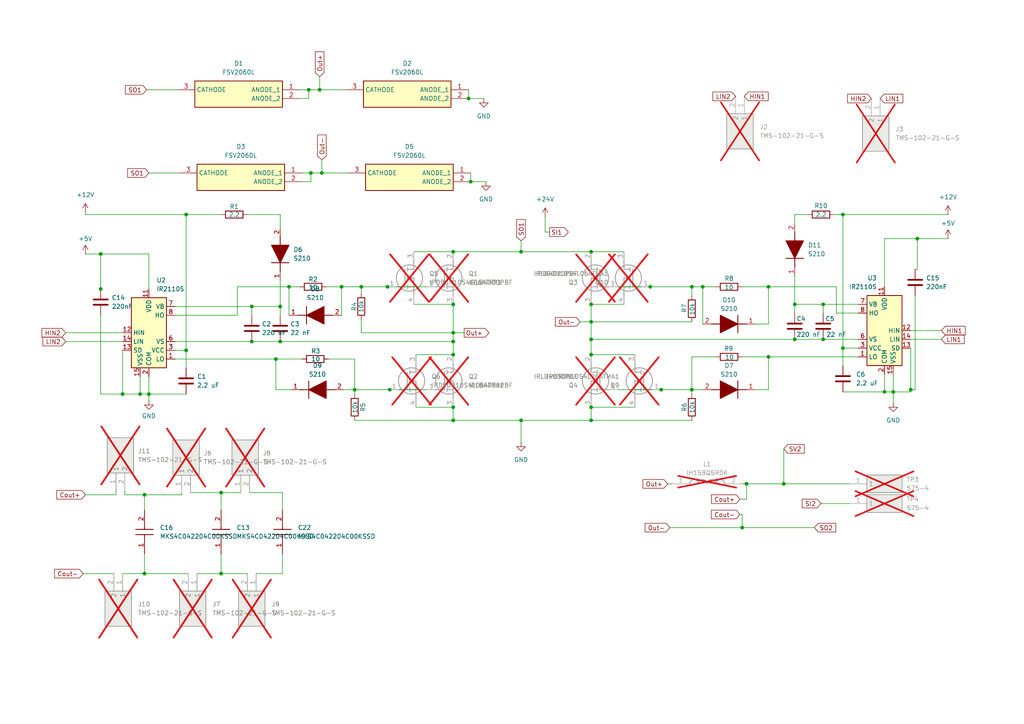
<source format=kicad_sch>
(kicad_sch (version 20231120) (generator "eeschema") (generator_version "8.0")
  (paper "A4")
  (junction (at 112.395 83.185))
  (junction (at 136.525 52.705))
  (junction (at 40.64 114.3))
  (junction (at 238.76 88.265))
  (junction (at 200.66 113.03))
  (junction (at 113.03 113.03))
  (junction (at 35.56 114.3))
  (junction (at 238.76 98.425))
  (junction (at 73.025 88.9))
  (junction (at 83.82 83.185))
  (junction (at 131.445 96.52))
  (junction (at 264.16 113.03))
  (junction (at 73.025 99.06))
  (junction (at 131.445 88.265))
  (junction (at 99.06 83.185))
  (junction (at 200.66 83.185))
  (junction (at 93.345 50.165))
  (junction (at 203.835 83.185))
  (junction (at 244.475 100.965))
  (junction (at 171.45 93.345))
  (junction (at 171.45 121.92))
  (junction (at 188.595 83.185))
  (junction (at 53.975 62.23))
  (junction (at 81.28 88.9))
  (junction (at 256.54 113.665))
  (junction (at 64.135 142.875))
  (junction (at 104.775 83.185))
  (junction (at 151.13 121.92))
  (junction (at 151.13 73.025))
  (junction (at 259.08 113.665))
  (junction (at 230.505 98.425))
  (junction (at 53.975 101.6))
  (junction (at 227.33 140.335))
  (junction (at 266.065 69.215))
  (junction (at 131.445 118.11))
  (junction (at 135.89 28.575))
  (junction (at 171.45 118.11))
  (junction (at 80.01 104.14))
  (junction (at 171.45 88.265))
  (junction (at 191.77 113.03))
  (junction (at 171.45 102.87))
  (junction (at 29.21 83.82))
  (junction (at 89.535 26.035))
  (junction (at 131.445 73.025))
  (junction (at 131.445 102.87))
  (junction (at 90.17 50.165))
  (junction (at 131.445 121.92))
  (junction (at 230.505 88.265))
  (junction (at 102.87 113.03))
  (junction (at 43.18 114.3))
  (junction (at 215.265 153.035))
  (junction (at 81.28 99.06))
  (junction (at 41.91 143.51))
  (junction (at 222.885 83.185))
  (junction (at 171.45 73.025))
  (junction (at 64.135 166.37))
  (junction (at 171.45 98.425))
  (junction (at 92.71 26.035))
  (junction (at 41.91 166.37))
  (junction (at 131.445 99.06))
  (junction (at 222.885 103.505))
  (junction (at 216.535 140.335))
  (junction (at 29.21 73.66))
  (junction (at 244.475 62.23))
  (wire (pts (xy 179.07 83.185) (xy 188.595 83.185)))
  (wire (pts (xy 131.445 121.92) (xy 151.13 121.92)))
  (wire (pts (xy 81.915 142.875) (xy 72.39 142.875)))
  (wire (pts (xy 40.64 109.22) (xy 40.64 114.3)))
  (wire (pts (xy 203.835 83.185) (xy 207.645 83.185)))
  (wire (pts (xy 81.915 166.37) (xy 74.295 166.37)))
  (wire (pts (xy 120.65 118.11) (xy 131.445 118.11)))
  (wire (pts (xy 188.595 83.185) (xy 200.66 83.185)))
  (wire (pts (xy 120.65 102.87) (xy 131.445 102.87)))
  (wire (pts (xy 131.445 118.11) (xy 131.445 121.92)))
  (wire (pts (xy 244.475 113.665) (xy 256.54 113.665)))
  (wire (pts (xy 200.66 113.03) (xy 203.835 113.03)))
  (wire (pts (xy 120.015 73.025) (xy 131.445 73.025)))
  (wire (pts (xy 95.25 104.14) (xy 102.87 104.14)))
  (wire (pts (xy 171.45 93.345) (xy 171.45 98.425)))
  (wire (pts (xy 42.545 26.035) (xy 51.435 26.035)))
  (wire (pts (xy 264.16 95.885) (xy 273.05 95.885)))
  (wire (pts (xy 230.505 98.425) (xy 238.76 98.425)))
  (wire (pts (xy 222.885 103.505) (xy 222.885 113.03)))
  (wire (pts (xy 159.385 67.31) (xy 158.115 67.31)))
  (wire (pts (xy 92.71 22.225) (xy 92.71 26.035)))
  (wire (pts (xy 238.76 88.265) (xy 238.76 90.805)))
  (wire (pts (xy 81.28 62.23) (xy 81.28 66.04)))
  (wire (pts (xy 135.89 28.575) (xy 140.335 28.575)))
  (wire (pts (xy 194.31 153.035) (xy 215.265 153.035)))
  (wire (pts (xy 50.8 91.44) (xy 68.834 91.44)))
  (wire (pts (xy 104.775 96.52) (xy 104.775 92.71)))
  (wire (pts (xy 171.45 73.025) (xy 180.975 73.025)))
  (wire (pts (xy 86.995 28.575) (xy 89.535 28.575)))
  (wire (pts (xy 81.915 147.955) (xy 81.915 142.875)))
  (wire (pts (xy 256.54 108.585) (xy 256.54 113.665)))
  (wire (pts (xy 81.28 88.9) (xy 81.28 91.44)))
  (wire (pts (xy 87.63 50.165) (xy 90.17 50.165)))
  (wire (pts (xy 94.615 83.185) (xy 99.06 83.185)))
  (wire (pts (xy 53.975 62.23) (xy 64.135 62.23)))
  (wire (pts (xy 230.505 80.01) (xy 230.505 88.265)))
  (wire (pts (xy 29.21 73.66) (xy 29.21 83.82)))
  (wire (pts (xy 71.755 166.37) (xy 64.135 166.37)))
  (wire (pts (xy 244.475 100.965) (xy 248.92 100.965)))
  (wire (pts (xy 134.62 96.52) (xy 131.445 96.52)))
  (wire (pts (xy 151.13 69.85) (xy 151.13 73.025)))
  (wire (pts (xy 230.505 88.265) (xy 230.505 90.805)))
  (wire (pts (xy 244.475 62.23) (xy 244.475 100.965)))
  (wire (pts (xy 266.065 69.215) (xy 266.065 78.105)))
  (wire (pts (xy 73.025 88.9) (xy 73.025 91.44)))
  (wire (pts (xy 203.835 83.185) (xy 203.835 93.98)))
  (wire (pts (xy 99.695 113.03) (xy 102.87 113.03)))
  (wire (pts (xy 171.45 88.265) (xy 171.45 93.345)))
  (wire (pts (xy 43.18 116.205) (xy 43.18 114.3)))
  (wire (pts (xy 230.505 62.23) (xy 234.315 62.23)))
  (wire (pts (xy 104.775 96.52) (xy 131.445 96.52)))
  (wire (pts (xy 222.885 113.03) (xy 219.075 113.03)))
  (wire (pts (xy 171.45 98.425) (xy 230.505 98.425)))
  (wire (pts (xy 222.885 93.98) (xy 219.075 93.98)))
  (wire (pts (xy 222.885 103.505) (xy 248.92 103.505)))
  (wire (pts (xy 53.975 62.23) (xy 53.975 101.6)))
  (wire (pts (xy 57.15 166.37) (xy 64.135 166.37)))
  (wire (pts (xy 53.975 101.6) (xy 50.8 101.6)))
  (wire (pts (xy 238.76 88.265) (xy 248.92 88.265)))
  (wire (pts (xy 29.21 91.44) (xy 29.21 114.3)))
  (wire (pts (xy 73.025 99.06) (xy 81.28 99.06)))
  (wire (pts (xy 69.85 142.875) (xy 64.135 142.875)))
  (wire (pts (xy 265.43 85.725) (xy 265.43 113.03)))
  (wire (pts (xy 24.13 166.37) (xy 33.02 166.37)))
  (wire (pts (xy 53.975 101.6) (xy 53.975 106.68)))
  (wire (pts (xy 102.87 113.03) (xy 102.87 114.3)))
  (wire (pts (xy 24.765 73.66) (xy 29.21 73.66)))
  (wire (pts (xy 35.56 114.3) (xy 40.64 114.3)))
  (wire (pts (xy 242.57 90.805) (xy 242.57 83.185)))
  (wire (pts (xy 179.07 113.03) (xy 191.77 113.03)))
  (wire (pts (xy 50.8 88.9) (xy 73.025 88.9)))
  (wire (pts (xy 216.535 140.335) (xy 227.33 140.335)))
  (wire (pts (xy 171.45 121.92) (xy 151.13 121.92)))
  (wire (pts (xy 248.92 90.805) (xy 242.57 90.805)))
  (wire (pts (xy 158.115 62.865) (xy 158.115 67.31)))
  (wire (pts (xy 200.66 103.505) (xy 200.66 113.03)))
  (wire (pts (xy 215.265 153.035) (xy 236.22 153.035)))
  (wire (pts (xy 113.03 113.03) (xy 123.825 113.03)))
  (wire (pts (xy 43.18 50.165) (xy 52.07 50.165)))
  (wire (pts (xy 215.265 149.225) (xy 215.265 153.035)))
  (wire (pts (xy 230.505 64.77) (xy 230.505 62.23)))
  (wire (pts (xy 265.43 113.03) (xy 264.16 113.03)))
  (wire (pts (xy 112.395 83.185) (xy 123.825 83.185)))
  (wire (pts (xy 29.21 114.3) (xy 35.56 114.3)))
  (wire (pts (xy 81.915 166.37) (xy 81.915 160.655)))
  (wire (pts (xy 36.195 143.51) (xy 41.91 143.51)))
  (wire (pts (xy 43.18 114.3) (xy 53.975 114.3)))
  (wire (pts (xy 102.87 121.92) (xy 131.445 121.92)))
  (wire (pts (xy 104.775 83.185) (xy 104.775 85.09)))
  (wire (pts (xy 55.245 142.875) (xy 64.135 142.875)))
  (wire (pts (xy 171.45 121.92) (xy 200.66 121.92)))
  (wire (pts (xy 89.535 28.575) (xy 89.535 26.035)))
  (wire (pts (xy 86.995 26.035) (xy 89.535 26.035)))
  (wire (pts (xy 191.77 113.03) (xy 200.66 113.03)))
  (wire (pts (xy 242.57 83.185) (xy 222.885 83.185)))
  (wire (pts (xy 136.525 52.705) (xy 140.97 52.705)))
  (wire (pts (xy 102.87 104.14) (xy 102.87 113.03)))
  (wire (pts (xy 238.125 146.05) (xy 246.38 146.05)))
  (wire (pts (xy 151.13 121.92) (xy 151.13 128.27)))
  (wire (pts (xy 24.765 62.23) (xy 24.765 61.595)))
  (wire (pts (xy 41.91 143.51) (xy 41.91 147.955)))
  (wire (pts (xy 19.05 99.06) (xy 35.56 99.06)))
  (wire (pts (xy 19.05 96.52) (xy 35.56 96.52)))
  (wire (pts (xy 215.265 103.505) (xy 222.885 103.505)))
  (wire (pts (xy 52.705 143.51) (xy 52.705 142.875)))
  (wire (pts (xy 264.16 100.965) (xy 264.16 113.03)))
  (wire (pts (xy 227.33 140.335) (xy 246.38 140.335)))
  (wire (pts (xy 93.345 50.165) (xy 100.965 50.165)))
  (wire (pts (xy 43.18 109.22) (xy 43.18 114.3)))
  (wire (pts (xy 41.91 166.37) (xy 35.56 166.37)))
  (wire (pts (xy 84.455 113.03) (xy 80.01 113.03)))
  (wire (pts (xy 200.66 83.185) (xy 200.66 85.725)))
  (wire (pts (xy 193.675 140.335) (xy 194.945 140.335)))
  (wire (pts (xy 171.45 98.425) (xy 171.45 102.87)))
  (wire (pts (xy 151.13 73.025) (xy 171.45 73.025)))
  (wire (pts (xy 266.065 69.215) (xy 274.955 69.215)))
  (wire (pts (xy 50.8 104.14) (xy 80.01 104.14)))
  (wire (pts (xy 200.66 83.185) (xy 203.835 83.185)))
  (wire (pts (xy 41.91 160.655) (xy 41.91 166.37)))
  (wire (pts (xy 80.01 104.14) (xy 80.01 113.03)))
  (wire (pts (xy 87.63 52.705) (xy 90.17 52.705)))
  (wire (pts (xy 29.21 83.82) (xy 29.21 84.455)))
  (wire (pts (xy 171.45 118.11) (xy 184.15 118.11)))
  (wire (pts (xy 81.28 88.9) (xy 73.025 88.9)))
  (wire (pts (xy 264.16 113.665) (xy 259.08 113.665)))
  (wire (pts (xy 200.66 113.03) (xy 200.66 114.3)))
  (wire (pts (xy 216.535 144.78) (xy 216.535 140.335)))
  (wire (pts (xy 256.54 69.215) (xy 266.065 69.215)))
  (wire (pts (xy 241.935 62.23) (xy 244.475 62.23)))
  (wire (pts (xy 200.66 103.505) (xy 207.645 103.505)))
  (wire (pts (xy 136.525 50.165) (xy 136.525 52.705)))
  (wire (pts (xy 131.445 96.52) (xy 131.445 99.06)))
  (wire (pts (xy 227.33 130.175) (xy 227.33 140.335)))
  (wire (pts (xy 244.475 62.23) (xy 274.955 62.23)))
  (wire (pts (xy 102.87 113.03) (xy 113.03 113.03)))
  (wire (pts (xy 83.82 83.185) (xy 83.82 91.44)))
  (wire (pts (xy 24.765 62.23) (xy 53.975 62.23)))
  (wire (pts (xy 171.45 93.345) (xy 200.66 93.345)))
  (wire (pts (xy 104.775 83.185) (xy 112.395 83.185)))
  (wire (pts (xy 64.135 142.875) (xy 64.135 147.955)))
  (wire (pts (xy 99.06 83.185) (xy 104.775 83.185)))
  (wire (pts (xy 230.505 88.265) (xy 238.76 88.265)))
  (wire (pts (xy 131.445 73.025) (xy 151.13 73.025)))
  (wire (pts (xy 89.535 26.035) (xy 92.71 26.035)))
  (wire (pts (xy 29.21 73.66) (xy 43.18 73.66)))
  (wire (pts (xy 43.18 73.66) (xy 43.18 83.82)))
  (wire (pts (xy 222.885 93.98) (xy 222.885 83.185)))
  (wire (pts (xy 184.15 102.87) (xy 171.45 102.87)))
  (wire (pts (xy 50.8 99.06) (xy 73.025 99.06)))
  (wire (pts (xy 33.655 143.51) (xy 33.655 142.24)))
  (wire (pts (xy 256.54 69.215) (xy 256.54 83.185)))
  (wire (pts (xy 68.834 91.44) (xy 68.834 83.185)))
  (wire (pts (xy 83.82 83.185) (xy 86.995 83.185)))
  (wire (pts (xy 171.45 118.11) (xy 171.45 121.92)))
  (wire (pts (xy 54.61 166.37) (xy 41.91 166.37)))
  (wire (pts (xy 259.08 113.665) (xy 259.08 116.84)))
  (wire (pts (xy 171.45 93.345) (xy 168.275 93.345)))
  (wire (pts (xy 80.01 104.14) (xy 87.63 104.14)))
  (wire (pts (xy 99.06 83.185) (xy 99.06 91.44)))
  (wire (pts (xy 259.08 108.585) (xy 259.08 113.665)))
  (wire (pts (xy 244.475 100.965) (xy 244.475 106.045)))
  (wire (pts (xy 131.445 99.06) (xy 131.445 102.87)))
  (wire (pts (xy 215.265 140.335) (xy 216.535 140.335)))
  (wire (pts (xy 64.135 166.37) (xy 64.135 160.655)))
  (wire (pts (xy 171.45 88.265) (xy 180.975 88.265)))
  (wire (pts (xy 266.065 78.105) (xy 265.43 78.105)))
  (wire (pts (xy 264.16 113.03) (xy 264.16 113.665)))
  (wire (pts (xy 81.28 99.06) (xy 131.445 99.06)))
  (wire (pts (xy 256.54 113.665) (xy 259.08 113.665)))
  (wire (pts (xy 264.16 98.425) (xy 273.05 98.425)))
  (wire (pts (xy 90.17 52.705) (xy 90.17 50.165)))
  (wire (pts (xy 68.834 83.185) (xy 83.82 83.185)))
  (wire (pts (xy 214.63 144.78) (xy 216.535 144.78)))
  (wire (pts (xy 90.17 50.165) (xy 93.345 50.165)))
  (wire (pts (xy 131.445 88.265) (xy 131.445 96.52)))
  (wire (pts (xy 52.705 143.51) (xy 41.91 143.51)))
  (wire (pts (xy 215.265 83.185) (xy 222.885 83.185)))
  (wire (pts (xy 71.755 62.23) (xy 81.28 62.23)))
  (wire (pts (xy 214.63 149.225) (xy 215.265 149.225)))
  (wire (pts (xy 24.765 143.51) (xy 33.655 143.51)))
  (wire (pts (xy 93.345 46.355) (xy 93.345 50.165)))
  (wire (pts (xy 36.195 143.51) (xy 36.195 142.24)))
  (wire (pts (xy 92.71 26.035) (xy 100.33 26.035)))
  (wire (pts (xy 135.89 26.035) (xy 135.89 28.575)))
  (wire (pts (xy 40.64 114.3) (xy 43.18 114.3)))
  (wire (pts (xy 81.28 81.28) (xy 81.28 88.9)))
  (wire (pts (xy 238.76 98.425) (xy 248.92 98.425)))
  (wire (pts (xy 120.015 88.265) (xy 131.445 88.265)))
  (wire (pts (xy 35.56 101.6) (xy 35.56 114.3)))
  (global_label "Out-" (shape input) (at 194.31 153.035 180) (property "Intersheetrefs" "${INTERSHEET_REFS}" (effects (hide yes))))
  (global_label "SV2" (shape input) (at 227.33 130.175 0) (property "Intersheetrefs" "${INTERSHEET_REFS}" (effects (hide yes))))
  (global_label "HIN2" (shape input) (at 19.05 96.52 180) (property "Intersheetrefs" "${INTERSHEET_REFS}" (effects (hide yes))))
  (global_label "Out+" (shape input) (at 92.71 22.225 90) (property "Intersheetrefs" "${INTERSHEET_REFS}" (effects (hide yes))))
  (global_label "LIN2" (shape input) (at 19.05 99.06 180) (property "Intersheetrefs" "${INTERSHEET_REFS}" (effects (hide yes))))
  (global_label "Out-" (shape input) (at 93.345 46.355 90) (property "Intersheetrefs" "${INTERSHEET_REFS}" (effects (hide yes))))
  (global_label "SO1" (shape input) (at 43.18 50.165 180) (property "Intersheetrefs" "${INTERSHEET_REFS}" (effects (hide yes))))
  (global_label "Cout-" (shape input) (at 24.13 166.37 180) (property "Intersheetrefs" "${INTERSHEET_REFS}" (effects (hide yes))))
  (global_label "Out-" (shape input) (at 168.275 93.345 180) (property "Intersheetrefs" "${INTERSHEET_REFS}" (effects (hide yes))))
  (global_label "Cout+" (shape input) (at 24.765 143.51 180) (property "Intersheetrefs" "${INTERSHEET_REFS}" (effects (hide yes))))
  (global_label "LIN2" (shape input) (at 213.36 27.94 180) (property "Intersheetrefs" "${INTERSHEET_REFS}" (effects (hide yes))))
  (global_label "SO1" (shape input) (at 42.545 26.035 180) (property "Intersheetrefs" "${INTERSHEET_REFS}" (effects (hide yes))))
  (global_label "SO2" (shape input) (at 236.22 153.035 0) (property "Intersheetrefs" "${INTERSHEET_REFS}" (effects (hide yes))))
  (global_label "LIN1" (shape input) (at 273.05 98.425 0) (property "Intersheetrefs" "${INTERSHEET_REFS}" (effects (hide yes))))
  (global_label "HIN1" (shape input) (at 215.9 27.94 0) (property "Intersheetrefs" "${INTERSHEET_REFS}" (effects (hide yes))))
  (global_label "Out+" (shape input) (at 193.675 140.335 180) (property "Intersheetrefs" "${INTERSHEET_REFS}" (effects (hide yes))))
  (global_label "SI1" (shape output) (at 159.385 67.31 0) (property "Intersheetrefs" "${INTERSHEET_REFS}" (effects (hide yes))))
  (global_label "HIN2" (shape input) (at 252.73 28.575 180) (property "Intersheetrefs" "${INTERSHEET_REFS}" (effects (hide yes))))
  (global_label "SO1" (shape input) (at 151.13 69.85 90) (property "Intersheetrefs" "${INTERSHEET_REFS}" (effects (hide yes))))
  (global_label "HIN1" (shape input) (at 273.05 95.885 0) (property "Intersheetrefs" "${INTERSHEET_REFS}" (effects (hide yes))))
  (global_label "Cout+" (shape input) (at 214.63 144.78 180) (property "Intersheetrefs" "${INTERSHEET_REFS}" (effects (hide yes))))
  (global_label "SI2" (shape input) (at 238.125 146.05 180) (property "Intersheetrefs" "${INTERSHEET_REFS}" (effects (hide yes))))
  (global_label "Cout-" (shape input) (at 214.63 149.225 180) (property "Intersheetrefs" "${INTERSHEET_REFS}" (effects (hide yes))))
  (global_label "LIN1" (shape input) (at 255.27 28.575 0) (property "Intersheetrefs" "${INTERSHEET_REFS}" (effects (hide yes))))
  (global_label "Out+" (shape output) (at 134.62 96.52 0) (property "Intersheetrefs" "${INTERSHEET_REFS}" (effects (hide yes))))
  (symbol (lib_id "Device:R") (at 211.455 103.505 90) (mirror x) (unit 1)
    (property "Reference" "R9" (at 211.328 101.092 90))
    (property "Value" "10" (at 211.582 103.632 90))
    (property "Footprint" "Resistor_SMD:R_0805_2012Metric_Pad1.20x1.40mm_HandSolder" (effects (hide yes)))
    (property "Description" "Resistor" (effects (hide yes)))
    (property "LCSC Part#" "C3016584" (effects (hide yes)))
  )
  (symbol (lib_id "Device:C") (at 265.43 81.915 0) (unit 1)
    (property "Reference" "C15" (at 268.605 80.645 0) (effects (justify left)))
    (property "Value" "220nF" (at 268.605 83.185 0) (effects (justify left)))
    (property "Footprint" "Resistor_SMD:R_0805_2012Metric_Pad1.20x1.40mm_HandSolder" (effects (hide yes)))
    (property "Description" "Unpolarized capacitor" (effects (hide yes)))
    (property "LCSC Part#" "C354366" (effects (hide yes)))
  )
  (symbol (lib_id "power:+5V") (at 274.955 69.215 0) (unit 1)
    (property "Reference" "#PWR018" (effects (hide yes)))
    (property "Value" "+5V" (at 274.955 64.77 0))
    (property "Description" "Power symbol creates a global label with name \"+5V\"" (effects (hide yes)))
  )
  (symbol (lib_id "power:GND") (at 43.18 116.205 0) (unit 1)
    (property "Reference" "#PWR03" (effects (hide yes)))
    (property "Value" "GND" (at 43.18 120.65 0))
    (property "Description" "Power symbol creates a global label with name \"GND\" , ground" (effects (hide yes)))
  )
  (symbol (lib_id "SamacSys_Parts:TMS-102-21-G-S") (at 255.27 28.575 270) (unit 1) (dnp yes)
    (property "Reference" "J3" (at 259.715 37.4649 90) (effects (justify left)))
    (property "Value" "TMS-102-21-G-S" (at 259.715 40.0049 90) (effects (justify left)))
    (property "Footprint" "SamacSys_Parts:TMS-102-YY-XX-S" (effects (hide yes)))
    (property "Datasheet" "http://suddendocs.samtec.com/prints/tms-1xx-xx-xx-x-xx-xxx-mkt.pdf" (effects (hide yes)))
    (property "Description" "2 Position, Single-Row .050&quot; x .100&quot; Micro Terminal Strip" (effects (hide yes)))
    (property "Mouser Part Number" "200-TMS10221GS" (effects (hide yes)))
    (property "Mouser Price/Stock" "https://www.mouser.co.uk/ProductDetail/Samtec/TMS-102-21-G-S?qs=0lQeLiL1qya3I3g9lQbxtA%3D%3D" (effects (hide yes)))
    (property "Manufacturer_Name" "SAMTEC" (effects (hide yes)))
    (property "Manufacturer_Part_Number" "TMS-102-21-G-S" (effects (hide yes)))
  )
  (symbol (lib_id "power:+5V") (at 24.765 73.66 0) (unit 1)
    (property "Reference" "#PWR02" (effects (hide yes)))
    (property "Value" "+5V" (at 24.765 69.215 0))
    (property "Description" "Power symbol creates a global label with name \"+5V\"" (effects (hide yes)))
  )
  (symbol (lib_id "Device:R") (at 238.125 62.23 90) (mirror x) (unit 1)
    (property "Reference" "R10" (at 238.125 59.69 90))
    (property "Value" "2.2" (at 238.125 62.23 90))
    (property "Footprint" "Resistor_SMD:R_0805_2012Metric_Pad1.20x1.40mm_HandSolder" (effects (hide yes)))
    (property "Description" "Resistor" (effects (hide yes)))
    (property "LCSC Part#" "C25301" (effects (hide yes)))
  )
  (symbol (lib_id "SamacSys_Parts:TMS-102-21-G-S") (at 57.15 166.37 270) (unit 1) (dnp yes)
    (property "Reference" "J7" (at 61.595 175.2599 90) (effects (justify left)))
    (property "Value" "TMS-102-21-G-S" (at 61.595 177.7999 90) (effects (justify left)))
    (property "Footprint" "SamacSys_Parts:TMS-102-YY-XX-S" (effects (hide yes)))
    (property "Datasheet" "http://suddendocs.samtec.com/prints/tms-1xx-xx-xx-x-xx-xxx-mkt.pdf" (effects (hide yes)))
    (property "Description" "2 Position, Single-Row .050&quot; x .100&quot; Micro Terminal Strip" (effects (hide yes)))
    (property "Mouser Part Number" "200-TMS10221GS" (effects (hide yes)))
    (property "Mouser Price/Stock" "https://www.mouser.co.uk/ProductDetail/Samtec/TMS-102-21-G-S?qs=0lQeLiL1qya3I3g9lQbxtA%3D%3D" (effects (hide yes)))
    (property "Manufacturer_Name" "SAMTEC" (effects (hide yes)))
    (property "Manufacturer_Part_Number" "TMS-102-21-G-S" (effects (hide yes)))
  )
  (symbol (lib_id "Device:R") (at 104.775 88.9 0) (unit 1)
    (property "Reference" "R4" (at 102.743 88.9 90))
    (property "Value" "10k" (at 104.775 88.9 90))
    (property "Footprint" "Resistor_SMD:R_0805_2012Metric_Pad1.20x1.40mm_HandSolder" (effects (hide yes)))
    (property "Description" "Resistor" (effects (hide yes)))
    (property "LCSC Part#" "C84376" (effects (hide yes)))
  )
  (symbol (lib_id "SamacSys_Parts:IPD90N10S4L06ATMA1") (at 112.395 83.185 0) (unit 1) (dnp yes)
    (property "Reference" "Q5" (at 124.46 79.3749 0) (effects (justify left)))
    (property "Value" "IPD90N10S4L06ATMA1" (at 124.46 81.9149 0) (effects (justify left)))
    (property "Footprint" "IPD90N10S4L06ATMA1" (effects (hide yes)))
    (property "Datasheet" "https://www.infineon.com/dgdl/Infineon-IPD90N10S4L_06-DS-v01_00-en.pdf?fileId=db3a3043372d5cc80137500063630512" (effects (hide yes)))
    (property "Description" "INFINEON - IPD90N10S4L06ATMA1 - MOSFET, AEC-Q101, N-CH, 100V, TO-252" (effects (hide yes)))
    (property "Height" "2" (effects (hide yes)))
    (property "Mouser Part Number" "726-IPD90N10S4L06ATM" (effects (hide yes)))
    (property "Mouser Price/Stock" "https://www.mouser.co.uk/ProductDetail/Infineon-Technologies/IPD90N10S4L06ATMA1?qs=LxJ0xX%2FWJR62lwU%2FrihEDA%3D%3D" (effects (hide yes)))
    (property "Manufacturer_Name" "Infineon" (effects (hide yes)))
    (property "Manufacturer_Part_Number" "IPD90N10S4L06ATMA1" (effects (hide yes)))
  )
  (symbol (lib_id "Device:R") (at 90.805 83.185 270) (unit 1)
    (property "Reference" "R2" (at 90.805 81.026 90))
    (property "Value" "10" (at 90.805 83.312 90))
    (property "Footprint" "Resistor_SMD:R_0805_2012Metric_Pad1.20x1.40mm_HandSolder" (effects (hide yes)))
    (property "Description" "Resistor" (effects (hide yes)))
    (property "LCSC Part#" "C3016584" (effects (hide yes)))
  )
  (symbol (lib_id "SamacSys_Parts:FSV2060L") (at 100.33 26.035 0) (unit 1)
    (property "Reference" "D2" (at 118.11 18.415 0))
    (property "Value" "FSV2060L" (at 118.11 20.955 0))
    (property "Footprint" "FSV2060L" (effects (hide yes)))
    (property "Datasheet" "https://www.onsemi.com/pub/Collateral/FSV2060L-D.PDF" (effects (hide yes)))
    (property "Description" "Qualified with Reflow (J-STD-020) and Solder Temperature 260C Classification; Low Thermal Resistance; RoHS Compliant; Lead Free in Compliance with EU RoHS 2011/65/EU Directive; Very Low Forward Voltage Drop; Very Low Profile: Typical Height of 1.1 mm; Green Molding Compound as per IEC61249 Standard" (effects (hide yes)))
    (property "Height" "1" (effects (hide yes)))
    (property "Mouser Part Number" "512-FSV2060L" (effects (hide yes)))
    (property "Mouser Price/Stock" "https://www.mouser.co.uk/ProductDetail/onsemi-Fairchild/FSV2060L?qs=bY1dm4K8r4UoO1QAcrTxcg%3D%3D" (effects (hide yes)))
    (property "Manufacturer_Name" "onsemi" (effects (hide yes)))
    (property "Manufacturer_Part_Number" "FSV2060L" (effects (hide yes)))
    (property "LCSC Part#" "C110669" (effects (hide yes)))
  )
  (symbol (lib_id "Device:C") (at 29.21 87.63 0) (unit 1)
    (property "Reference" "C14" (at 32.385 86.36 0) (effects (justify left)))
    (property "Value" "220nF" (at 32.385 88.9 0) (effects (justify left)))
    (property "Footprint" "Resistor_SMD:R_0805_2012Metric_Pad1.20x1.40mm_HandSolder" (effects (hide yes)))
    (property "Description" "Unpolarized capacitor" (effects (hide yes)))
    (property "LCSC Part#" "C354366" (effects (hide yes)))
  )
  (symbol (lib_id "SamacSys_Parts:S210") (at 230.505 80.01 90) (unit 1)
    (property "Reference" "D11" (at 234.315 71.1199 90) (effects (justify right)))
    (property "Value" "S210" (at 234.315 73.6599 90) (effects (justify right)))
    (property "Footprint" "SamacSys_Parts:DIOM5336X265N" (effects (hide yes)))
    (property "Datasheet" "https://componentsearchengine.com/Datasheets/2/S210.pdf" (effects (hide yes)))
    (property "Description" "Schottky Rectifier 100V 2A SMB Fairchild S210, SMT Schottky Diode, 100V 2A, 2-Pin DO-214AA" (effects (hide yes)))
    (property "Height" "2.65" (effects (hide yes)))
    (property "Manufacturer_Name" "onsemi" (effects (hide yes)))
    (property "Manufacturer_Part_Number" "S210" (effects (hide yes)))
    (property "Mouser Part Number" "512-S210" (effects (hide yes)))
    (property "Mouser Price/Stock" "https://www.mouser.co.uk/ProductDetail/onsemi-Fairchild/S210?qs=AZz8fAaf6P8Z3sSHK1AJhA%3D%3D" (effects (hide yes)))
    (property "Arrow Part Number" "S210" (effects (hide yes)))
    (property "Arrow Price/Stock" "https://www.arrow.com/en/products/s210/on-semiconductor?region=nac" (effects (hide yes)))
    (property "LCSC Part#" "C184977" (effects (hide yes)))
  )
  (symbol (lib_id "SamacSys_Parts:MKS4C042204C00KSSD") (at 81.915 160.655 90) (unit 1)
    (property "Reference" "C22" (at 86.36 153.0349 90) (effects (justify right)))
    (property "Value" "MKS4C042204C00KSSD" (at 86.36 155.5749 90) (effects (justify right)))
    (property "Footprint" "SamacSys_Parts:MKS4C042204C00KSSD" (effects (hide yes)))
    (property "Datasheet" "https://componentsearchengine.com/Datasheets/2/MKS4C042204C00KSSD.pdf" (effects (hide yes)))
    (property "Description" "Film Capacitors 63V 2.2uF10% P15 PCM15" (effects (hide yes)))
    (property "Height" "12.5" (effects (hide yes)))
    (property "Mouser Part Number" "505-MKS42.2/63/10P15" (effects (hide yes)))
    (property "Mouser Price/Stock" "https://www.mouser.co.uk/ProductDetail/WIMA/MKS4C042204C00KSSD?qs=qvPXrfw3upO0dVDnGoLGCA%3D%3D" (effects (hide yes)))
    (property "Manufacturer_Name" "WIMA" (effects (hide yes)))
    (property "Manufacturer_Part_Number" "MKS4C042204C00KSSD" (effects (hide yes)))
  )
  (symbol (lib_id "Device:R") (at 67.945 62.23 270) (unit 1)
    (property "Reference" "R1" (at 67.945 59.944 90))
    (property "Value" "2.2" (at 67.945 62.23 90))
    (property "Footprint" "Resistor_SMD:R_0805_2012Metric_Pad1.20x1.40mm_HandSolder" (effects (hide yes)))
    (property "Description" "Resistor" (effects (hide yes)))
    (property "LCSC Part#" "C25301" (effects (hide yes)))
  )
  (symbol (lib_id "power:+24V") (at 158.115 62.865 0) (unit 1)
    (property "Reference" "#PWR06" (effects (hide yes)))
    (property "Value" "+24V" (at 158.115 57.785 0))
    (property "Description" "Power symbol creates a global label with name \"+24V\"" (effects (hide yes)))
  )
  (symbol (lib_id "SamacSys_Parts:TMS-102-21-G-S") (at 33.655 142.24 90) (unit 1) (dnp yes)
    (property "Reference" "J11" (at 40.005 130.8099 90) (effects (justify right)))
    (property "Value" "TMS-102-21-G-S" (at 40.005 133.3499 90) (effects (justify right)))
    (property "Footprint" "SamacSys_Parts:TMS-102-YY-XX-S" (effects (hide yes)))
    (property "Datasheet" "http://suddendocs.samtec.com/prints/tms-1xx-xx-xx-x-xx-xxx-mkt.pdf" (effects (hide yes)))
    (property "Description" "2 Position, Single-Row .050&quot; x .100&quot; Micro Terminal Strip" (effects (hide yes)))
    (property "Mouser Part Number" "200-TMS10221GS" (effects (hide yes)))
    (property "Mouser Price/Stock" "https://www.mouser.co.uk/ProductDetail/Samtec/TMS-102-21-G-S?qs=0lQeLiL1qya3I3g9lQbxtA%3D%3D" (effects (hide yes)))
    (property "Manufacturer_Name" "SAMTEC" (effects (hide yes)))
    (property "Manufacturer_Part_Number" "TMS-102-21-G-S" (effects (hide yes)))
  )
  (symbol (lib_id "SamacSys_Parts:TMS-102-21-G-S") (at 69.85 142.875 90) (unit 1) (dnp yes)
    (property "Reference" "J8" (at 76.2 131.4449 90) (effects (justify right)))
    (property "Value" "TMS-102-21-G-S" (at 76.2 133.9849 90) (effects (justify right)))
    (property "Footprint" "SamacSys_Parts:TMS-102-YY-XX-S" (effects (hide yes)))
    (property "Datasheet" "http://suddendocs.samtec.com/prints/tms-1xx-xx-xx-x-xx-xxx-mkt.pdf" (effects (hide yes)))
    (property "Description" "2 Position, Single-Row .050&quot; x .100&quot; Micro Terminal Strip" (effects (hide yes)))
    (property "Mouser Part Number" "200-TMS10221GS" (effects (hide yes)))
    (property "Mouser Price/Stock" "https://www.mouser.co.uk/ProductDetail/Samtec/TMS-102-21-G-S?qs=0lQeLiL1qya3I3g9lQbxtA%3D%3D" (effects (hide yes)))
    (property "Manufacturer_Name" "SAMTEC" (effects (hide yes)))
    (property "Manufacturer_Part_Number" "TMS-102-21-G-S" (effects (hide yes)))
  )
  (symbol (lib_id "SamacSys_Parts:MKS4C042204C00KSSD") (at 64.135 160.655 90) (unit 1)
    (property "Reference" "C13" (at 68.58 153.0349 90) (effects (justify right)))
    (property "Value" "MKS4C042204C00KSSD" (at 68.58 155.5749 90) (effects (justify right)))
    (property "Footprint" "SamacSys_Parts:MKS4C042204C00KSSD" (effects (hide yes)))
    (property "Datasheet" "https://componentsearchengine.com/Datasheets/2/MKS4C042204C00KSSD.pdf" (effects (hide yes)))
    (property "Description" "Film Capacitors 63V 2.2uF10% P15 PCM15" (effects (hide yes)))
    (property "Height" "12.5" (effects (hide yes)))
    (property "Mouser Part Number" "505-MKS42.2/63/10P15" (effects (hide yes)))
    (property "Mouser Price/Stock" "https://www.mouser.co.uk/ProductDetail/WIMA/MKS4C042204C00KSSD?qs=qvPXrfw3upO0dVDnGoLGCA%3D%3D" (effects (hide yes)))
    (property "Manufacturer_Name" "WIMA" (effects (hide yes)))
    (property "Manufacturer_Part_Number" "MKS4C042204C00KSSD" (effects (hide yes)))
  )
  (symbol (lib_id "SamacSys_Parts:IRLB4030PBF") (at 123.825 83.185 0) (unit 1) (dnp yes)
    (property "Reference" "Q1" (at 135.89 79.3749 0) (effects (justify left)))
    (property "Value" "IRLB4030PBF" (at 135.89 81.9149 0) (effects (justify left)))
    (property "Footprint" "TO254P483X1016X1994-3P" (effects (hide yes)))
    (property "Datasheet" "https://www.infineon.com/dgdl/irlb4030pbf.pdf?fileId=5546d462533600a4015356604640258d" (effects (hide yes)))
    (property "Description" "IRLB4030PBF N-Channel MOSFET, 180 A, 100 V HEXFET, 3-Pin TO-220AB Infineon" (effects (hide yes)))
    (property "Height" "4.83" (effects (hide yes)))
    (property "Mouser Part Number" "942-IRLB4030PBF" (effects (hide yes)))
    (property "Mouser Price/Stock" "https://www.mouser.co.uk/ProductDetail/Infineon-Technologies/IRLB4030PBF?qs=9%252BKlkBgLFf3QS9eQ%252B0aQ9Q%3D%3D" (effects (hide yes)))
    (property "Manufacturer_Name" "Infineon" (effects (hide yes)))
    (property "Manufacturer_Part_Number" "IRLB4030PBF" (effects (hide yes)))
  )
  (symbol (lib_id "SamacSys_Parts:575-4") (at 246.38 146.05 0) (unit 1) (dnp yes)
    (property "Reference" "TP4" (at 262.89 144.7799 0) (effects (justify left)))
    (property "Value" "575-4" (at 262.89 147.3199 0) (effects (justify left)))
    (property "Footprint" "SamacSys_Parts:5754" (effects (hide yes)))
    (property "Datasheet" "https://www.keyelco.com/product.cfm/product_id/2379" (effects (hide yes)))
    (property "Description" "Test Plugs & Test Jacks NON-INSUL JACK .218\" BRASS NICKEL PLTD" (effects (hide yes)))
    (property "Height" "2.49" (effects (hide yes)))
    (property "Mouser Part Number" "534-575-4" (effects (hide yes)))
    (property "Mouser Price/Stock" "https://www.mouser.co.uk/ProductDetail/Keystone-Electronics/575-4?qs=w4ABFRoM%2FL8pPaUzIDyX8Q%3D%3D" (effects (hide yes)))
    (property "Manufacturer_Name" "Keystone Electronics" (effects (hide yes)))
    (property "Manufacturer_Part_Number" "575-4" (effects (hide yes)))
  )
  (symbol (lib_id "Device:C") (at 230.505 94.615 0) (unit 1)
    (property "Reference" "C4" (at 231.013 92.456 0) (effects (justify left)))
    (property "Value" "220 nF" (at 231.013 97.028 0) (effects (justify left)))
    (property "Footprint" "Resistor_SMD:R_0805_2012Metric_Pad1.20x1.40mm_HandSolder" (effects (hide yes)))
    (property "Description" "Unpolarized capacitor" (effects (hide yes)))
    (property "LCSC Part#" "C354366" (effects (hide yes)))
  )
  (symbol (lib_id "SamacSys_Parts:TMS-102-21-G-S") (at 52.705 142.875 90) (unit 1) (dnp yes)
    (property "Reference" "J6" (at 59.055 131.4449 90) (effects (justify right)))
    (property "Value" "TMS-102-21-G-S" (at 59.055 133.9849 90) (effects (justify right)))
    (property "Footprint" "SamacSys_Parts:TMS-102-YY-XX-S" (effects (hide yes)))
    (property "Datasheet" "http://suddendocs.samtec.com/prints/tms-1xx-xx-xx-x-xx-xxx-mkt.pdf" (effects (hide yes)))
    (property "Description" "2 Position, Single-Row .050&quot; x .100&quot; Micro Terminal Strip" (effects (hide yes)))
    (property "Mouser Part Number" "200-TMS10221GS" (effects (hide yes)))
    (property "Mouser Price/Stock" "https://www.mouser.co.uk/ProductDetail/Samtec/TMS-102-21-G-S?qs=0lQeLiL1qya3I3g9lQbxtA%3D%3D" (effects (hide yes)))
    (property "Manufacturer_Name" "SAMTEC" (effects (hide yes)))
    (property "Manufacturer_Part_Number" "TMS-102-21-G-S" (effects (hide yes)))
  )
  (symbol (lib_id "SamacSys_Parts:IRLB4030PBF") (at 179.07 113.03 0) (mirror y) (unit 1) (dnp yes)
    (property "Reference" "Q4" (at 167.64 111.7601 0) (effects (justify left)))
    (property "Value" "IRLB4030PBF" (at 167.64 109.2201 0) (effects (justify left)))
    (property "Footprint" "TO254P483X1016X1994-3P" (effects (hide yes)))
    (property "Datasheet" "https://www.infineon.com/dgdl/irlb4030pbf.pdf?fileId=5546d462533600a4015356604640258d" (effects (hide yes)))
    (property "Description" "IRLB4030PBF N-Channel MOSFET, 180 A, 100 V HEXFET, 3-Pin TO-220AB Infineon" (effects (hide yes)))
    (property "Height" "4.83" (effects (hide yes)))
    (property "Mouser Part Number" "942-IRLB4030PBF" (effects (hide yes)))
    (property "Mouser Price/Stock" "https://www.mouser.co.uk/ProductDetail/Infineon-Technologies/IRLB4030PBF?qs=9%252BKlkBgLFf3QS9eQ%252B0aQ9Q%3D%3D" (effects (hide yes)))
    (property "Manufacturer_Name" "Infineon" (effects (hide yes)))
    (property "Manufacturer_Part_Number" "IRLB4030PBF" (effects (hide yes)))
  )
  (symbol (lib_id "Device:R") (at 200.66 118.11 0) (mirror y) (unit 1)
    (property "Reference" "R6" (at 198.501 118.11 90))
    (property "Value" "10k" (at 200.787 118.11 90))
    (property "Footprint" "Resistor_SMD:R_0805_2012Metric_Pad1.20x1.40mm_HandSolder" (effects (hide yes)))
    (property "Description" "Resistor" (effects (hide yes)))
    (property "LCSC Part#" "C84376" (effects (hide yes)))
  )
  (symbol (lib_id "power:GND") (at 140.335 28.575 0) (unit 1)
    (property "Reference" "#PWR010" (effects (hide yes)))
    (property "Value" "GND" (at 140.335 33.655 0))
    (property "Description" "Power symbol creates a global label with name \"GND\" , ground" (effects (hide yes)))
  )
  (symbol (lib_id "SamacSys_Parts:S210") (at 84.455 113.03 0) (unit 1)
    (property "Reference" "D9" (at 92.075 106.045 0))
    (property "Value" "S210" (at 92.075 108.585 0))
    (property "Footprint" "SamacSys_Parts:DIOM5336X265N" (effects (hide yes)))
    (property "Datasheet" "https://componentsearchengine.com/Datasheets/2/S210.pdf" (effects (hide yes)))
    (property "Description" "Schottky Rectifier 100V 2A SMB Fairchild S210, SMT Schottky Diode, 100V 2A, 2-Pin DO-214AA" (effects (hide yes)))
    (property "Height" "2.65" (effects (hide yes)))
    (property "Manufacturer_Name" "onsemi" (effects (hide yes)))
    (property "Manufacturer_Part_Number" "S210" (effects (hide yes)))
    (property "Mouser Part Number" "512-S210" (effects (hide yes)))
    (property "Mouser Price/Stock" "https://www.mouser.co.uk/ProductDetail/onsemi-Fairchild/S210?qs=AZz8fAaf6P8Z3sSHK1AJhA%3D%3D" (effects (hide yes)))
    (property "Arrow Part Number" "S210" (effects (hide yes)))
    (property "Arrow Price/Stock" "https://www.arrow.com/en/products/s210/on-semiconductor?region=nac" (effects (hide yes)))
    (property "LCSC Part#" "C184977" (effects (hide yes)))
  )
  (symbol (lib_id "SamacSys_Parts:FSV2060L") (at 52.07 50.165 0) (unit 1)
    (property "Reference" "D3" (at 69.85 42.545 0))
    (property "Value" "FSV2060L" (at 69.85 45.085 0))
    (property "Footprint" "FSV2060L" (effects (hide yes)))
    (property "Datasheet" "https://www.onsemi.com/pub/Collateral/FSV2060L-D.PDF" (effects (hide yes)))
    (property "Description" "Qualified with Reflow (J-STD-020) and Solder Temperature 260C Classification; Low Thermal Resistance; RoHS Compliant; Lead Free in Compliance with EU RoHS 2011/65/EU Directive; Very Low Forward Voltage Drop; Very Low Profile: Typical Height of 1.1 mm; Green Molding Compound as per IEC61249 Standard" (effects (hide yes)))
    (property "Height" "1" (effects (hide yes)))
    (property "Mouser Part Number" "512-FSV2060L" (effects (hide yes)))
    (property "Mouser Price/Stock" "https://www.mouser.co.uk/ProductDetail/onsemi-Fairchild/FSV2060L?qs=bY1dm4K8r4UoO1QAcrTxcg%3D%3D" (effects (hide yes)))
    (property "Manufacturer_Name" "onsemi" (effects (hide yes)))
    (property "Manufacturer_Part_Number" "FSV2060L" (effects (hide yes)))
    (property "LCSC Part#" "C110669" (effects (hide yes)))
  )
  (symbol (lib_id "Device:C") (at 238.76 94.615 0) (unit 1)
    (property "Reference" "C5" (at 239.395 92.456 0) (effects (justify left)))
    (property "Value" "22 nF" (at 239.649 97.028 0) (effects (justify left)))
    (property "Footprint" "Resistor_SMD:R_0805_2012Metric_Pad1.20x1.40mm_HandSolder" (effects (hide yes)))
    (property "Description" "Unpolarized capacitor" (effects (hide yes)))
    (property "LCSC Part#" "C2181592" (effects (hide yes)))
  )
  (symbol (lib_id "power:+12V") (at 24.765 61.595 0) (unit 1)
    (property "Reference" "#PWR01" (effects (hide yes)))
    (property "Value" "+12V" (at 24.765 56.515 0))
    (property "Description" "Power symbol creates a global label with name \"+12V\"" (effects (hide yes)))
  )
  (symbol (lib_id "Device:R") (at 102.87 118.11 0) (unit 1)
    (property "Reference" "R5" (at 105.283 118.11 90))
    (property "Value" "10k" (at 102.997 118.11 90))
    (property "Footprint" "Resistor_SMD:R_0805_2012Metric_Pad1.20x1.40mm_HandSolder" (effects (hide yes)))
    (property "Description" "Resistor" (effects (hide yes)))
    (property "LCSC Part#" "C84376" (effects (hide yes)))
  )
  (symbol (lib_id "Device:R") (at 211.455 83.185 90) (mirror x) (unit 1)
    (property "Reference" "R8" (at 211.455 80.772 90))
    (property "Value" "10" (at 211.455 83.312 90))
    (property "Footprint" "Resistor_SMD:R_0805_2012Metric_Pad1.20x1.40mm_HandSolder" (effects (hide yes)))
    (property "Description" "Resistor" (effects (hide yes)))
    (property "LCSC Part#" "C3016584" (effects (hide yes)))
  )
  (symbol (lib_id "SamacSys_Parts:TMS-102-21-G-S") (at 35.56 166.37 270) (unit 1) (dnp yes)
    (property "Reference" "J10" (at 40.005 175.2599 90) (effects (justify left)))
    (property "Value" "TMS-102-21-G-S" (at 40.005 177.7999 90) (effects (justify left)))
    (property "Footprint" "SamacSys_Parts:TMS-102-YY-XX-S" (effects (hide yes)))
    (property "Datasheet" "http://suddendocs.samtec.com/prints/tms-1xx-xx-xx-x-xx-xxx-mkt.pdf" (effects (hide yes)))
    (property "Description" "2 Position, Single-Row .050&quot; x .100&quot; Micro Terminal Strip" (effects (hide yes)))
    (property "Mouser Part Number" "200-TMS10221GS" (effects (hide yes)))
    (property "Mouser Price/Stock" "https://www.mouser.co.uk/ProductDetail/Samtec/TMS-102-21-G-S?qs=0lQeLiL1qya3I3g9lQbxtA%3D%3D" (effects (hide yes)))
    (property "Manufacturer_Name" "SAMTEC" (effects (hide yes)))
    (property "Manufacturer_Part_Number" "TMS-102-21-G-S" (effects (hide yes)))
  )
  (symbol (lib_id "power:GND") (at 151.13 128.27 0) (unit 1)
    (property "Reference" "#PWR07" (effects (hide yes)))
    (property "Value" "GND" (at 151.13 133.35 0))
    (property "Description" "Power symbol creates a global label with name \"GND\" , ground" (effects (hide yes)))
  )
  (symbol (lib_id "SamacSys_Parts:FSV2060L") (at 100.965 50.165 0) (unit 1)
    (property "Reference" "D5" (at 118.745 42.545 0))
    (property "Value" "FSV2060L" (at 118.745 45.085 0))
    (property "Footprint" "FSV2060L" (effects (hide yes)))
    (property "Datasheet" "https://www.onsemi.com/pub/Collateral/FSV2060L-D.PDF" (effects (hide yes)))
    (property "Description" "Qualified with Reflow (J-STD-020) and Solder Temperature 260C Classification; Low Thermal Resistance; RoHS Compliant; Lead Free in Compliance with EU RoHS 2011/65/EU Directive; Very Low Forward Voltage Drop; Very Low Profile: Typical Height of 1.1 mm; Green Molding Compound as per IEC61249 Standard" (effects (hide yes)))
    (property "Height" "1" (effects (hide yes)))
    (property "Mouser Part Number" "512-FSV2060L" (effects (hide yes)))
    (property "Mouser Price/Stock" "https://www.mouser.co.uk/ProductDetail/onsemi-Fairchild/FSV2060L?qs=bY1dm4K8r4UoO1QAcrTxcg%3D%3D" (effects (hide yes)))
    (property "Manufacturer_Name" "onsemi" (effects (hide yes)))
    (property "Manufacturer_Part_Number" "FSV2060L" (effects (hide yes)))
    (property "LCSC Part#" "C110669" (effects (hide yes)))
  )
  (symbol (lib_id "SamacSys_Parts:IRLB4030PBF") (at 179.07 83.185 0) (mirror y) (unit 1) (dnp yes)
    (property "Reference" "Q3" (at 167.64 81.9151 0) (effects (justify left)))
    (property "Value" "IRLB4030PBF" (at 167.64 79.3751 0) (effects (justify left)))
    (property "Footprint" "TO254P483X1016X1994-3P" (effects (hide yes)))
    (property "Datasheet" "https://www.infineon.com/dgdl/irlb4030pbf.pdf?fileId=5546d462533600a4015356604640258d" (effects (hide yes)))
    (property "Description" "IRLB4030PBF N-Channel MOSFET, 180 A, 100 V HEXFET, 3-Pin TO-220AB Infineon" (effects (hide yes)))
    (property "Height" "4.83" (effects (hide yes)))
    (property "Mouser Part Number" "942-IRLB4030PBF" (effects (hide yes)))
    (property "Mouser Price/Stock" "https://www.mouser.co.uk/ProductDetail/Infineon-Technologies/IRLB4030PBF?qs=9%252BKlkBgLFf3QS9eQ%252B0aQ9Q%3D%3D" (effects (hide yes)))
    (property "Manufacturer_Name" "Infineon" (effects (hide yes)))
    (property "Manufacturer_Part_Number" "IRLB4030PBF" (effects (hide yes)))
  )
  (symbol (lib_id "SamacSys_Parts:S210") (at 219.075 113.03 180) (unit 1)
    (property "Reference" "D7" (at 211.455 106.045 0))
    (property "Value" "S210" (at 211.455 108.585 0))
    (property "Footprint" "SamacSys_Parts:DIOM5336X265N" (effects (hide yes)))
    (property "Datasheet" "https://componentsearchengine.com/Datasheets/2/S210.pdf" (effects (hide yes)))
    (property "Description" "Schottky Rectifier 100V 2A SMB Fairchild S210, SMT Schottky Diode, 100V 2A, 2-Pin DO-214AA" (effects (hide yes)))
    (property "Height" "2.65" (effects (hide yes)))
    (property "Manufacturer_Name" "onsemi" (effects (hide yes)))
    (property "Manufacturer_Part_Number" "S210" (effects (hide yes)))
    (property "Mouser Part Number" "512-S210" (effects (hide yes)))
    (property "Mouser Price/Stock" "https://www.mouser.co.uk/ProductDetail/onsemi-Fairchild/S210?qs=AZz8fAaf6P8Z3sSHK1AJhA%3D%3D" (effects (hide yes)))
    (property "Arrow Part Number" "S210" (effects (hide yes)))
    (property "Arrow Price/Stock" "https://www.arrow.com/en/products/s210/on-semiconductor?region=nac" (effects (hide yes)))
    (property "LCSC Part#" "C184977" (effects (hide yes)))
  )
  (symbol (lib_id "Device:R") (at 200.66 89.535 0) (mirror y) (unit 1)
    (property "Reference" "R7" (at 198.501 89.408 90))
    (property "Value" "10k" (at 200.787 89.662 90))
    (property "Footprint" "Resistor_SMD:R_0805_2012Metric_Pad1.20x1.40mm_HandSolder" (effects (hide yes)))
    (property "Description" "Resistor" (effects (hide yes)))
    (property "LCSC Part#" "C84376" (effects (hide yes)))
  )
  (symbol (lib_id "power:GND") (at 259.08 116.84 0) (unit 1)
    (property "Reference" "#PWR08" (effects (hide yes)))
    (property "Value" "GND" (at 259.08 121.92 0))
    (property "Description" "Power symbol creates a global label with name \"GND\" , ground" (effects (hide yes)))
  )
  (symbol (lib_id "SamacSys_Parts:IRLB4030PBF") (at 123.825 113.03 0) (unit 1) (dnp yes)
    (property "Reference" "Q2" (at 135.89 109.2199 0) (effects (justify left)))
    (property "Value" "IRLB4030PBF" (at 135.89 111.7599 0) (effects (justify left)))
    (property "Footprint" "TO254P483X1016X1994-3P" (effects (hide yes)))
    (property "Datasheet" "https://www.infineon.com/dgdl/irlb4030pbf.pdf?fileId=5546d462533600a4015356604640258d" (effects (hide yes)))
    (property "Description" "IRLB4030PBF N-Channel MOSFET, 180 A, 100 V HEXFET, 3-Pin TO-220AB Infineon" (effects (hide yes)))
    (property "Height" "4.83" (effects (hide yes)))
    (property "Mouser Part Number" "942-IRLB4030PBF" (effects (hide yes)))
    (property "Mouser Price/Stock" "https://www.mouser.co.uk/ProductDetail/Infineon-Technologies/IRLB4030PBF?qs=9%252BKlkBgLFf3QS9eQ%252B0aQ9Q%3D%3D" (effects (hide yes)))
    (property "Manufacturer_Name" "Infineon" (effects (hide yes)))
    (property "Manufacturer_Part_Number" "IRLB4030PBF" (effects (hide yes)))
  )
  (symbol (lib_id "SamacSys_Parts:IPD90N10S4L06ATMA1") (at 191.77 113.03 0) (mirror y) (unit 1) (dnp yes)
    (property "Reference" "Q9" (at 179.705 111.7601 0) (effects (justify left)))
    (property "Value" "IPD90N10S4L06ATMA1" (at 179.705 109.2201 0) (effects (justify left)))
    (property "Footprint" "IPD90N10S4L06ATMA1" (effects (hide yes)))
    (property "Datasheet" "https://www.infineon.com/dgdl/Infineon-IPD90N10S4L_06-DS-v01_00-en.pdf?fileId=db3a3043372d5cc80137500063630512" (effects (hide yes)))
    (property "Description" "INFINEON - IPD90N10S4L06ATMA1 - MOSFET, AEC-Q101, N-CH, 100V, TO-252" (effects (hide yes)))
    (property "Height" "2" (effects (hide yes)))
    (property "Mouser Part Number" "726-IPD90N10S4L06ATM" (effects (hide yes)))
    (property "Mouser Price/Stock" "https://www.mouser.co.uk/ProductDetail/Infineon-Technologies/IPD90N10S4L06ATMA1?qs=LxJ0xX%2FWJR62lwU%2FrihEDA%3D%3D" (effects (hide yes)))
    (property "Manufacturer_Name" "Infineon" (effects (hide yes)))
    (property "Manufacturer_Part_Number" "IPD90N10S4L06ATMA1" (effects (hide yes)))
  )
  (symbol (lib_id "SamacSys_Parts:S210") (at 83.82 91.44 0) (unit 1)
    (property "Reference" "D8" (at 91.44 83.82 0))
    (property "Value" "S210" (at 91.44 86.36 0))
    (property "Footprint" "SamacSys_Parts:DIOM5336X265N" (effects (hide yes)))
    (property "Datasheet" "https://componentsearchengine.com/Datasheets/2/S210.pdf" (effects (hide yes)))
    (property "Description" "Schottky Rectifier 100V 2A SMB Fairchild S210, SMT Schottky Diode, 100V 2A, 2-Pin DO-214AA" (effects (hide yes)))
    (property "Height" "2.65" (effects (hide yes)))
    (property "Manufacturer_Name" "onsemi" (effects (hide yes)))
    (property "Manufacturer_Part_Number" "S210" (effects (hide yes)))
    (property "Mouser Part Number" "512-S210" (effects (hide yes)))
    (property "Mouser Price/Stock" "https://www.mouser.co.uk/ProductDetail/onsemi-Fairchild/S210?qs=AZz8fAaf6P8Z3sSHK1AJhA%3D%3D" (effects (hide yes)))
    (property "Arrow Part Number" "S210" (effects (hide yes)))
    (property "Arrow Price/Stock" "https://www.arrow.com/en/products/s210/on-semiconductor?region=nac" (effects (hide yes)))
    (property "LCSC Part#" "C184977" (effects (hide yes)))
  )
  (symbol (lib_id "SamacSys_Parts:IH15BQ5R0K") (at 194.945 140.335 0) (unit 1) (dnp yes)
    (property "Reference" "L1" (at 205.105 134.62 0))
    (property "Value" "IH15BQ5R0K" (at 205.105 137.16 0))
    (property "Footprint" "SamacSys_Parts:IH15BQ5R0K" (effects (hide yes)))
    (property "Datasheet" "https://www.vishay.com/doc?34013" (effects (hide yes)))
    (property "Description" "5 H Unshielded Drum Core, Wirewound Inductor 24 A 8mOhm Max Radial, Horizontal Cylinder" (effects (hide yes)))
    (property "Height" "17.78" (effects (hide yes)))
    (property "Manufacturer_Name" "Vishay" (effects (hide yes)))
    (property "Manufacturer_Part_Number" "IH15BQ5R0K" (effects (hide yes)))
  )
  (symbol (lib_id "SamacSys_Parts:575-4") (at 246.38 140.335 0) (unit 1) (dnp yes)
    (property "Reference" "TP3" (at 262.89 139.0649 0) (effects (justify left)))
    (property "Value" "575-4" (at 262.89 141.6049 0) (effects (justify left)))
    (property "Footprint" "SamacSys_Parts:5754" (effects (hide yes)))
    (property "Datasheet" "https://www.keyelco.com/product.cfm/product_id/2379" (effects (hide yes)))
    (property "Description" "Test Plugs & Test Jacks NON-INSUL JACK .218\" BRASS NICKEL PLTD" (effects (hide yes)))
    (property "Height" "2.49" (effects (hide yes)))
    (property "Mouser Part Number" "534-575-4" (effects (hide yes)))
    (property "Mouser Price/Stock" "https://www.mouser.co.uk/ProductDetail/Keystone-Electronics/575-4?qs=w4ABFRoM%2FL8pPaUzIDyX8Q%3D%3D" (effects (hide yes)))
    (property "Manufacturer_Name" "Keystone Electronics" (effects (hide yes)))
    (property "Manufacturer_Part_Number" "575-4" (effects (hide yes)))
  )
  (symbol (lib_id "SamacSys_Parts:TMS-102-21-G-S") (at 215.9 27.94 270) (unit 1) (dnp yes)
    (property "Reference" "J2" (at 220.345 36.8299 90) (effects (justify left)))
    (property "Value" "TMS-102-21-G-S" (at 220.345 39.3699 90) (effects (justify left)))
    (property "Footprint" "SamacSys_Parts:TMS-102-YY-XX-S" (effects (hide yes)))
    (property "Datasheet" "http://suddendocs.samtec.com/prints/tms-1xx-xx-xx-x-xx-xxx-mkt.pdf" (effects (hide yes)))
    (property "Description" "2 Position, Single-Row .050&quot; x .100&quot; Micro Terminal Strip" (effects (hide yes)))
    (property "Mouser Part Number" "200-TMS10221GS" (effects (hide yes)))
    (property "Mouser Price/Stock" "https://www.mouser.co.uk/ProductDetail/Samtec/TMS-102-21-G-S?qs=0lQeLiL1qya3I3g9lQbxtA%3D%3D" (effects (hide yes)))
    (property "Manufacturer_Name" "SAMTEC" (effects (hide yes)))
    (property "Manufacturer_Part_Number" "TMS-102-21-G-S" (effects (hide yes)))
  )
  (symbol (lib_id "Device:C") (at 81.28 95.25 0) (unit 1)
    (property "Reference" "C3" (at 84.201 93.98 0) (effects (justify left)))
    (property "Value" "22 nF" (at 84.201 96.52 0) (effects (justify left)))
    (property "Footprint" "Resistor_SMD:R_0805_2012Metric_Pad1.20x1.40mm_HandSolder" (effects (hide yes)))
    (property "Description" "Unpolarized capacitor" (effects (hide yes)))
    (property "LCSC Part#" "C2181592" (effects (hide yes)))
  )
  (symbol (lib_id "power:GND") (at 140.97 52.705 0) (unit 1)
    (property "Reference" "#PWR011" (effects (hide yes)))
    (property "Value" "GND" (at 140.97 57.785 0))
    (property "Description" "Power symbol creates a global label with name \"GND\" , ground" (effects (hide yes)))
  )
  (symbol (lib_id "Driver_FET:IR2110S") (at 43.18 96.52 0) (unit 1)
    (property "Reference" "U2" (at 45.3741 81.28 0) (effects (justify left)))
    (property "Value" "IR2110S" (at 45.3741 83.82 0) (effects (justify left)))
    (property "Footprint" "Package_SO:SOIC-16W_7.5x10.3mm_P1.27mm" (effects (hide yes)))
    (property "Datasheet" "https://www.infineon.com/dgdl/ir2110.pdf?fileId=5546d462533600a4015355c80333167e" (effects (hide yes)))
    (property "Description" "High and Low Side Driver, 500V, 2.0/2.0A, SOIC-16W" (effects (hide yes)))
    (property "LCSC Part#" "C2968 " (effects (hide yes)))
  )
  (symbol (lib_id "SamacSys_Parts:FSV2060L") (at 51.435 26.035 0) (unit 1)
    (property "Reference" "D1" (at 69.215 18.415 0))
    (property "Value" "FSV2060L" (at 69.215 20.955 0))
    (property "Footprint" "FSV2060L" (effects (hide yes)))
    (property "Datasheet" "https://www.onsemi.com/pub/Collateral/FSV2060L-D.PDF" (effects (hide yes)))
    (property "Description" "Qualified with Reflow (J-STD-020) and Solder Temperature 260C Classification; Low Thermal Resistance; RoHS Compliant; Lead Free in Compliance with EU RoHS 2011/65/EU Directive; Very Low Forward Voltage Drop; Very Low Profile: Typical Height of 1.1 mm; Green Molding Compound as per IEC61249 Standard" (effects (hide yes)))
    (property "Height" "1" (effects (hide yes)))
    (property "Mouser Part Number" "512-FSV2060L" (effects (hide yes)))
    (property "Mouser Price/Stock" "https://www.mouser.co.uk/ProductDetail/onsemi-Fairchild/FSV2060L?qs=bY1dm4K8r4UoO1QAcrTxcg%3D%3D" (effects (hide yes)))
    (property "Manufacturer_Name" "onsemi" (effects (hide yes)))
    (property "Manufacturer_Part_Number" "FSV2060L" (effects (hide yes)))
    (property "LCSC Part#" "C110669" (effects (hide yes)))
  )
  (symbol (lib_id "SamacSys_Parts:IPD90N10S4L06ATMA1") (at 113.03 113.03 0) (unit 1) (dnp yes)
    (property "Reference" "Q6" (at 125.095 109.2199 0) (effects (justify left)))
    (property "Value" "IPD90N10S4L06ATMA1" (at 125.095 111.7599 0) (effects (justify left)))
    (property "Footprint" "IPD90N10S4L06ATMA1" (effects (hide yes)))
    (property "Datasheet" "https://www.infineon.com/dgdl/Infineon-IPD90N10S4L_06-DS-v01_00-en.pdf?fileId=db3a3043372d5cc80137500063630512" (effects (hide yes)))
    (property "Description" "INFINEON - IPD90N10S4L06ATMA1 - MOSFET, AEC-Q101, N-CH, 100V, TO-252" (effects (hide yes)))
    (property "Height" "2" (effects (hide yes)))
    (property "Mouser Part Number" "726-IPD90N10S4L06ATM" (effects (hide yes)))
    (property "Mouser Price/Stock" "https://www.mouser.co.uk/ProductDetail/Infineon-Technologies/IPD90N10S4L06ATMA1?qs=LxJ0xX%2FWJR62lwU%2FrihEDA%3D%3D" (effects (hide yes)))
    (property "Manufacturer_Name" "Infineon" (effects (hide yes)))
    (property "Manufacturer_Part_Number" "IPD90N10S4L06ATMA1" (effects (hide yes)))
  )
  (symbol (lib_id "Driver_FET:IR2110S") (at 256.54 95.885 0) (mirror y) (unit 1)
    (property "Reference" "U3" (at 254.3459 80.645 0) (effects (justify left)))
    (property "Value" "IR2110S" (at 254.3459 83.185 0) (effects (justify left)))
    (property "Footprint" "Package_SO:SOIC-16W_7.5x10.3mm_P1.27mm" (effects (hide yes)))
    (property "Datasheet" "https://www.infineon.com/dgdl/ir2110.pdf?fileId=5546d462533600a4015355c80333167e" (effects (hide yes)))
    (property "Description" "High and Low Side Driver, 500V, 2.0/2.0A, SOIC-16W" (effects (hide yes)))
    (property "LCSC Part#" "C2968 " (effects (hide yes)))
  )
  (symbol (lib_id "SamacSys_Parts:S210") (at 81.28 81.28 90) (unit 1)
    (property "Reference" "D6" (at 85.09 72.3899 90) (effects (justify right)))
    (property "Value" "S210" (at 85.09 74.9299 90) (effects (justify right)))
    (property "Footprint" "SamacSys_Parts:DIOM5336X265N" (effects (hide yes)))
    (property "Datasheet" "https://componentsearchengine.com/Datasheets/2/S210.pdf" (effects (hide yes)))
    (property "Description" "Schottky Rectifier 100V 2A SMB Fairchild S210, SMT Schottky Diode, 100V 2A, 2-Pin DO-214AA" (effects (hide yes)))
    (property "Height" "2.65" (effects (hide yes)))
    (property "Manufacturer_Name" "onsemi" (effects (hide yes)))
    (property "Manufacturer_Part_Number" "S210" (effects (hide yes)))
    (property "Mouser Part Number" "512-S210" (effects (hide yes)))
    (property "Mouser Price/Stock" "https://www.mouser.co.uk/ProductDetail/onsemi-Fairchild/S210?qs=AZz8fAaf6P8Z3sSHK1AJhA%3D%3D" (effects (hide yes)))
    (property "Arrow Part Number" "S210" (effects (hide yes)))
    (property "Arrow Price/Stock" "https://www.arrow.com/en/products/s210/on-semiconductor?region=nac" (effects (hide yes)))
    (property "LCSC Part#" "C184977" (effects (hide yes)))
  )
  (symbol (lib_id "Device:R") (at 91.44 104.14 270) (unit 1)
    (property "Reference" "R3" (at 91.567 101.854 90))
    (property "Value" "10" (at 91.567 104.14 90))
    (property "Footprint" "Resistor_SMD:R_0805_2012Metric_Pad1.20x1.40mm_HandSolder" (effects (hide yes)))
    (property "Description" "Resistor" (effects (hide yes)))
    (property "LCSC Part#" "C3016584" (effects (hide yes)))
  )
  (symbol (lib_id "power:+12V") (at 274.955 62.23 0) (unit 1)
    (property "Reference" "#PWR09" (effects (hide yes)))
    (property "Value" "+12V" (at 274.955 57.15 0))
    (property "Description" "Power symbol creates a global label with name \"+12V\"" (effects (hide yes)))
  )
  (symbol (lib_id "Device:C") (at 244.475 109.855 0) (unit 1)
    (property "Reference" "C6" (at 248.285 108.585 0) (effects (justify left)))
    (property "Value" "2.2 uF" (at 248.285 111.125 0) (effects (justify left)))
    (property "Footprint" "Resistor_SMD:R_0805_2012Metric_Pad1.20x1.40mm_HandSolder" (effects (hide yes)))
    (property "Description" "Unpolarized capacitor" (effects (hide yes)))
    (property "LCSC Part#" "C513763" (effects (hide yes)))
  )
  (symbol (lib_id "SamacSys_Parts:TMS-102-21-G-S") (at 74.295 166.37 270) (unit 1) (dnp yes)
    (property "Reference" "J9" (at 78.74 175.2599 90) (effects (justify left)))
    (property "Value" "TMS-102-21-G-S" (at 78.74 177.7999 90) (effects (justify left)))
    (property "Footprint" "SamacSys_Parts:TMS-102-YY-XX-S" (effects (hide yes)))
    (property "Datasheet" "http://suddendocs.samtec.com/prints/tms-1xx-xx-xx-x-xx-xxx-mkt.pdf" (effects (hide yes)))
    (property "Description" "2 Position, Single-Row .050&quot; x .100&quot; Micro Terminal Strip" (effects (hide yes)))
    (property "Mouser Part Number" "200-TMS10221GS" (effects (hide yes)))
    (property "Mouser Price/Stock" "https://www.mouser.co.uk/ProductDetail/Samtec/TMS-102-21-G-S?qs=0lQeLiL1qya3I3g9lQbxtA%3D%3D" (effects (hide yes)))
    (property "Manufacturer_Name" "SAMTEC" (effects (hide yes)))
    (property "Manufacturer_Part_Number" "TMS-102-21-G-S" (effects (hide yes)))
  )
  (symbol (lib_id "Device:C") (at 73.025 95.25 0) (unit 1)
    (property "Reference" "C2" (at 75.946 93.98 0) (effects (justify left)))
    (property "Value" "220 nF" (at 75.946 96.52 0) (effects (justify left)))
    (property "Footprint" "Resistor_SMD:R_0805_2012Metric_Pad1.20x1.40mm_HandSolder" (effects (hide yes)))
    (property "Description" "Unpolarized capacitor" (effects (hide yes)))
    (property "LCSC Part#" "C354366" (effects (hide yes)))
  )
  (symbol (lib_id "SamacSys_Parts:MKS4C042204C00KSSD") (at 41.91 160.655 90) (unit 1)
    (property "Reference" "C16" (at 46.355 153.0349 90) (effects (justify right)))
    (property "Value" "MKS4C042204C00KSSD" (at 46.355 155.5749 90) (effects (justify right)))
    (property "Footprint" "SamacSys_Parts:MKS4C042204C00KSSD" (effects (hide yes)))
    (property "Datasheet" "https://componentsearchengine.com/Datasheets/2/MKS4C042204C00KSSD.pdf" (effects (hide yes)))
    (property "Description" "Film Capacitors 63V 2.2uF10% P15 PCM15" (effects (hide yes)))
    (property "Height" "12.5" (effects (hide yes)))
    (property "Mouser Part Number" "505-MKS42.2/63/10P15" (effects (hide yes)))
    (property "Mouser Price/Stock" "https://www.mouser.co.uk/ProductDetail/WIMA/MKS4C042204C00KSSD?qs=qvPXrfw3upO0dVDnGoLGCA%3D%3D" (effects (hide yes)))
    (property "Manufacturer_Name" "WIMA" (effects (hide yes)))
    (property "Manufacturer_Part_Number" "MKS4C042204C00KSSD" (effects (hide yes)))
  )
  (symbol (lib_id "Device:C") (at 53.975 110.49 0) (unit 1)
    (property "Reference" "C1" (at 57.15 109.22 0) (effects (justify left)))
    (property "Value" "2.2 uF" (at 57.15 111.76 0) (effects (justify left)))
    (property "Footprint" "Resistor_SMD:R_0805_2012Metric_Pad1.20x1.40mm_HandSolder" (effects (hide yes)))
    (property "Description" "Unpolarized capacitor" (effects (hide yes)))
    (property "LCSC Part#" "C513763" (effects (hide yes)))
  )
  (symbol (lib_id "SamacSys_Parts:S210") (at 219.075 93.98 180) (unit 1)
    (property "Reference" "D10" (at 211.455 86.995 0))
    (property "Value" "S210" (at 211.455 89.535 0))
    (property "Footprint" "SamacSys_Parts:DIOM5336X265N" (effects (hide yes)))
    (property "Datasheet" "https://componentsearchengine.com/Datasheets/2/S210.pdf" (effects (hide yes)))
    (property "Description" "Schottky Rectifier 100V 2A SMB Fairchild S210, SMT Schottky Diode, 100V 2A, 2-Pin DO-214AA" (effects (hide yes)))
    (property "Height" "2.65" (effects (hide yes)))
    (property "Manufacturer_Name" "onsemi" (effects (hide yes)))
    (property "Manufacturer_Part_Number" "S210" (effects (hide yes)))
    (property "Mouser Part Number" "512-S210" (effects (hide yes)))
    (property "Mouser Price/Stock" "https://www.mouser.co.uk/ProductDetail/onsemi-Fairchild/S210?qs=AZz8fAaf6P8Z3sSHK1AJhA%3D%3D" (effects (hide yes)))
    (property "Arrow Part Number" "S210" (effects (hide yes)))
    (property "Arrow Price/Stock" "https://www.arrow.com/en/products/s210/on-semiconductor?region=nac" (effects (hide yes)))
    (property "LCSC Part#" "C184977" (effects (hide yes)))
  )
  (symbol (lib_id "SamacSys_Parts:IPD90N10S4L06ATMA1") (at 188.595 83.185 0) (mirror y) (unit 1) (dnp yes)
    (property "Reference" "Q10" (at 176.53 81.9151 0) (effects (justify left)))
    (property "Value" "IPD90N10S4L06ATMA1" (at 176.53 79.3751 0) (effects (justify left)))
    (property "Footprint" "IPD90N10S4L06ATMA1" (effects (hide yes)))
    (property "Datasheet" "https://www.infineon.com/dgdl/Infineon-IPD90N10S4L_06-DS-v01_00-en.pdf?fileId=db3a3043372d5cc80137500063630512" (effects (hide yes)))
    (property "Description" "INFINEON - IPD90N10S4L06ATMA1 - MOSFET, AEC-Q101, N-CH, 100V, TO-252" (effects (hide yes)))
    (property "Height" "2" (effects (hide yes)))
    (property "Mouser Part Number" "726-IPD90N10S4L06ATM" (effects (hide yes)))
    (property "Mouser Price/Stock" "https://www.mouser.co.uk/ProductDetail/Infineon-Technologies/IPD90N10S4L06ATMA1?qs=LxJ0xX%2FWJR62lwU%2FrihEDA%3D%3D" (effects (hide yes)))
    (property "Manufacturer_Name" "Infineon" (effects (hide yes)))
    (property "Manufacturer_Part_Number" "IPD90N10S4L06ATMA1" (effects (hide yes)))
  )
)
</source>
